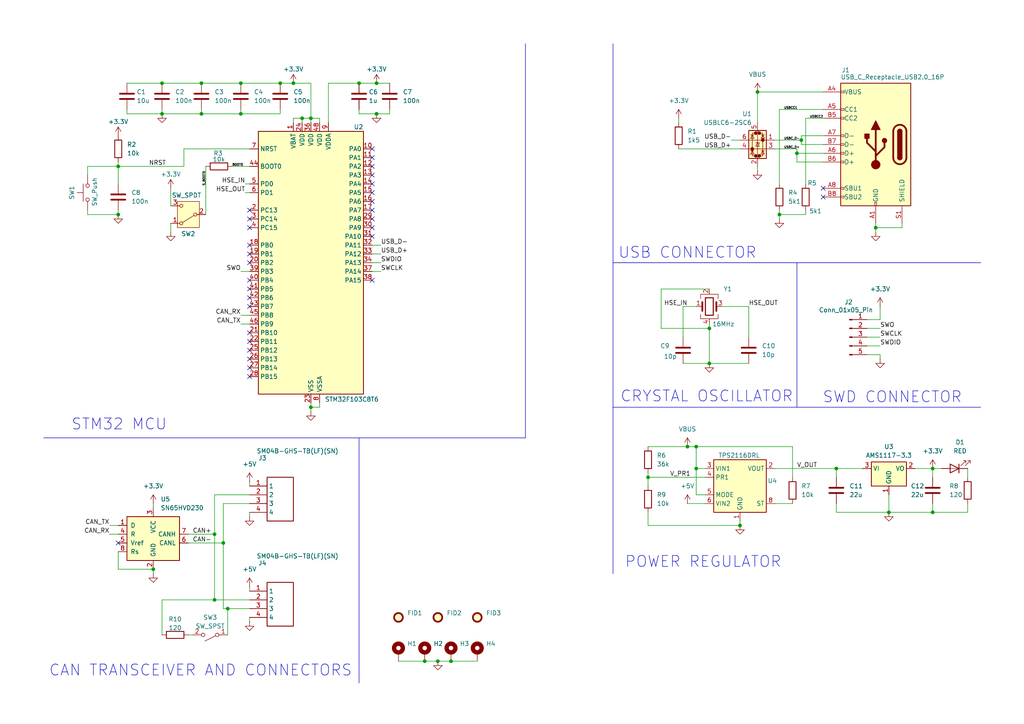
<source format=kicad_sch>
(kicad_sch (version 20250114) (generator "eeschema") (generator_version "9.0")
  (paper "A4")
  (title_block (title "CANTranslate PCB") (date "2025-05-16") (rev "0.1") (company "Finn Willard"))
  (lib_symbols
    (symbol "Connector:Conn_01x05_Pin" (pin_names (offset 1.016) (hide yes))
      (property "Reference" "J" (at 0 7.62 0))
      (property "Value" "Conn_01x05_Pin" (at 0 -7.62 0))
      (symbol "Conn_01x05_Pin_1_1"
        (pin passive line (at 5.08 5.08 180) (length 3.81) (name "Pin_1") (number "1"))
        (pin passive line (at 5.08 2.54 180) (length 3.81) (name "Pin_2") (number "2"))
        (pin passive line (at 5.08 0 180) (length 3.81) (name "Pin_3") (number "3"))
        (pin passive line (at 5.08 -2.54 180) (length 3.81) (name "Pin_4") (number "4"))
        (pin passive line (at 5.08 -5.08 180) (length 3.81) (name "Pin_5") (number "5"))
      )
    )
    (symbol "Connector:USB_C_Receptacle_USB2.0_16P" (pin_names (offset 1.016))
      (property "Reference" "J" (at 0 22.225 0))
      (property "Value" "USB_C_Receptacle_USB2.0_16P" (at 0 19.685 0))
      (symbol "USB_C_Receptacle_USB2.0_16P_1_1"
        (pin passive line (at -7.62 -22.86 90) (length 5.08) (name "SHIELD") (number "S1"))
        (pin passive line (at 0 -22.86 90) (length 5.08) (name "GND") (number "A1"))
        (pin passive line (at 0 -22.86 90) (length 5.08) (hide yes) (name "GND") (number "A12"))
        (pin passive line (at 0 -22.86 90) (length 5.08) (hide yes) (name "GND") (number "B1"))
        (pin passive line (at 0 -22.86 90) (length 5.08) (hide yes) (name "GND") (number "B12"))
        (pin passive line (at 15.24 15.24 180) (length 5.08) (name "VBUS") (number "A4"))
        (pin passive line (at 15.24 15.24 180) (length 5.08) (hide yes) (name "VBUS") (number "A9"))
        (pin passive line (at 15.24 15.24 180) (length 5.08) (hide yes) (name "VBUS") (number "B4"))
        (pin passive line (at 15.24 15.24 180) (length 5.08) (hide yes) (name "VBUS") (number "B9"))
        (pin bidirectional line (at 15.24 10.16 180) (length 5.08) (name "CC1") (number "A5"))
        (pin bidirectional line (at 15.24 7.62 180) (length 5.08) (name "CC2") (number "B5"))
        (pin bidirectional line (at 15.24 2.54 180) (length 5.08) (name "D-") (number "A7"))
        (pin bidirectional line (at 15.24 0 180) (length 5.08) (name "D-") (number "B7"))
        (pin bidirectional line (at 15.24 -2.54 180) (length 5.08) (name "D+") (number "A6"))
        (pin bidirectional line (at 15.24 -5.08 180) (length 5.08) (name "D+") (number "B6"))
        (pin bidirectional line (at 15.24 -12.7 180) (length 5.08) (name "SBU1") (number "A8"))
        (pin bidirectional line (at 15.24 -15.24 180) (length 5.08) (name "SBU2") (number "B8"))
      )
    )
    (symbol "CustomParts:SM04B-GHS-CAN-HEADER"
      (property "Reference" "U?" (at 0 0 0))
      (property "Value" "SM04B-GHS-CAN-HEADER" (at 0 0 0))
      (symbol "SM04B-GHS-CAN-HEADER_0_0"
        (pin power_in line (at -2.54 7.62 270) (length 5.08) (name "1") (number "1"))
        (pin bidirectional line (at 0 7.62 270) (length 5.08) (name "2") (number "2"))
        (pin no_connect line (at 1.27 -7.62 90) (length 2.54) (hide yes) (name "MP") (number "MP"))
        (pin bidirectional line (at 2.54 7.62 270) (length 5.08) (name "3") (number "3"))
        (pin power_in line (at 5.08 7.62 270) (length 5.08) (name "4") (number "4"))
      )
    )
    (symbol "Device:C" (pin_numbers (hide yes)) (pin_names (offset 0.254))
      (property "Reference" "C" (at 0.635 2.54 0))
      (property "Value" "C" (at 0.635 -2.54 0))
      (symbol "C_1_1"
        (pin passive line (at 0 3.81 270) (length 2.794) (name "~") (number "1"))
        (pin passive line (at 0 -3.81 90) (length 2.794) (name "~") (number "2"))
      )
    )
    (symbol "Device:Crystal_GND24" (pin_names (offset 1.016) (hide yes))
      (property "Reference" "Y" (at 3.175 5.08 0))
      (property "Value" "Crystal_GND24" (at 3.175 3.175 0))
      (symbol "Crystal_GND24_1_1"
        (pin passive line (at -3.81 0 0) (length 1.27) (name "1") (number "1"))
        (pin passive line (at 0 5.08 270) (length 1.27) (name "2") (number "2"))
        (pin passive line (at 0 -5.08 90) (length 1.27) (name "4") (number "4"))
        (pin passive line (at 3.81 0 180) (length 1.27) (name "3") (number "3"))
      )
    )
    (symbol "Device:LED" (pin_numbers (hide yes)) (pin_names (offset 1.016) (hide yes))
      (property "Reference" "D" (at 0 2.54 0))
      (property "Value" "LED" (at 0 -2.54 0))
      (symbol "LED_1_1"
        (pin passive line (at -3.81 0 0) (length 2.54) (name "K") (number "1"))
        (pin passive line (at 3.81 0 180) (length 2.54) (name "A") (number "2"))
      )
    )
    (symbol "Device:R" (pin_numbers (hide yes)) (pin_names (offset 0))
      (property "Reference" "R" (at 2.032 0 90))
      (property "Value" "R" (at 0 0 90))
      (symbol "R_1_1"
        (pin passive line (at 0 3.81 270) (length 1.27) (name "~") (number "1"))
        (pin passive line (at 0 -3.81 90) (length 1.27) (name "~") (number "2"))
      )
    )
    (symbol "Interface_CAN_LIN:SN65HVD230" (pin_names (offset 1.016))
      (property "Reference" "U" (at -2.54 10.16 0))
      (property "Value" "SN65HVD230" (at -2.54 7.62 0))
      (symbol "SN65HVD230_1_1"
        (pin input line (at -10.16 2.54 0) (length 2.54) (name "D") (number "1"))
        (pin output line (at -10.16 0 0) (length 2.54) (name "R") (number "4"))
        (pin output line (at -10.16 -2.54 0) (length 2.54) (name "Vref") (number "5"))
        (pin input line (at -10.16 -5.08 0) (length 2.54) (name "Rs") (number "8"))
        (pin power_in line (at 0 7.62 270) (length 2.54) (name "VCC") (number "3"))
        (pin power_in line (at 0 -10.16 90) (length 2.54) (name "GND") (number "2"))
        (pin bidirectional line (at 10.16 0 180) (length 2.54) (name "CANH") (number "7"))
        (pin bidirectional line (at 10.16 -2.54 180) (length 2.54) (name "CANL") (number "6"))
      )
    )
    (symbol "MCU_ST_STM32F1:STM32F103C8Tx"
      (property "Reference" "U" (at -15.24 39.37 0))
      (property "Value" "STM32F103C8Tx" (at 7.62 39.37 0))
      (symbol "STM32F103C8Tx_1_1"
        (pin input line (at -17.78 33.02 0) (length 2.54) (name "NRST") (number "7"))
        (pin input line (at -17.78 27.94 0) (length 2.54) (name "BOOT0") (number "44"))
        (pin bidirectional line (at -17.78 22.86 0) (length 2.54) (name "PD0") (number "5"))
        (pin bidirectional line (at -17.78 20.32 0) (length 2.54) (name "PD1") (number "6"))
        (pin bidirectional line (at -17.78 15.24 0) (length 2.54) (name "PC13") (number "2"))
        (pin bidirectional line (at -17.78 12.7 0) (length 2.54) (name "PC14") (number "3"))
        (pin bidirectional line (at -17.78 10.16 0) (length 2.54) (name "PC15") (number "4"))
        (pin bidirectional line (at -17.78 5.08 0) (length 2.54) (name "PB0") (number "18"))
        (pin bidirectional line (at -17.78 2.54 0) (length 2.54) (name "PB1") (number "19"))
        (pin bidirectional line (at -17.78 0 0) (length 2.54) (name "PB2") (number "20"))
        (pin bidirectional line (at -17.78 -2.54 0) (length 2.54) (name "PB3") (number "39"))
        (pin bidirectional line (at -17.78 -5.08 0) (length 2.54) (name "PB4") (number "40"))
        (pin bidirectional line (at -17.78 -7.62 0) (length 2.54) (name "PB5") (number "41"))
        (pin bidirectional line (at -17.78 -10.16 0) (length 2.54) (name "PB6") (number "42"))
        (pin bidirectional line (at -17.78 -12.7 0) (length 2.54) (name "PB7") (number "43"))
        (pin bidirectional line (at -17.78 -15.24 0) (length 2.54) (name "PB8") (number "45"))
        (pin bidirectional line (at -17.78 -17.78 0) (length 2.54) (name "PB9") (number "46"))
        (pin bidirectional line (at -17.78 -20.32 0) (length 2.54) (name "PB10") (number "21"))
        (pin bidirectional line (at -17.78 -22.86 0) (length 2.54) (name "PB11") (number "22"))
        (pin bidirectional line (at -17.78 -25.4 0) (length 2.54) (name "PB12") (number "25"))
        (pin bidirectional line (at -17.78 -27.94 0) (length 2.54) (name "PB13") (number "26"))
        (pin bidirectional line (at -17.78 -30.48 0) (length 2.54) (name "PB14") (number "27"))
        (pin bidirectional line (at -17.78 -33.02 0) (length 2.54) (name "PB15") (number "28"))
        (pin power_in line (at -5.08 40.64 270) (length 2.54) (name "VBAT") (number "1"))
        (pin power_in line (at -2.54 40.64 270) (length 2.54) (name "VDD") (number "24"))
        (pin power_in line (at 0 40.64 270) (length 2.54) (name "VDD") (number "36"))
        (pin power_in line (at 0 -40.64 90) (length 2.54) (name "VSS") (number "23"))
        (pin passive line (at 0 -40.64 90) (length 2.54) (hide yes) (name "VSS") (number "35"))
        (pin passive line (at 0 -40.64 90) (length 2.54) (hide yes) (name "VSS") (number "47"))
        (pin power_in line (at 2.54 40.64 270) (length 2.54) (name "VDD") (number "48"))
        (pin power_in line (at 2.54 -40.64 90) (length 2.54) (name "VSSA") (number "8"))
        (pin power_in line (at 5.08 40.64 270) (length 2.54) (name "VDDA") (number "9"))
        (pin bidirectional line (at 17.78 33.02 180) (length 2.54) (name "PA0") (number "10"))
        (pin bidirectional line (at 17.78 30.48 180) (length 2.54) (name "PA1") (number "11"))
        (pin bidirectional line (at 17.78 27.94 180) (length 2.54) (name "PA2") (number "12"))
        (pin bidirectional line (at 17.78 25.4 180) (length 2.54) (name "PA3") (number "13"))
        (pin bidirectional line (at 17.78 22.86 180) (length 2.54) (name "PA4") (number "14"))
        (pin bidirectional line (at 17.78 20.32 180) (length 2.54) (name "PA5") (number "15"))
        (pin bidirectional line (at 17.78 17.78 180) (length 2.54) (name "PA6") (number "16"))
        (pin bidirectional line (at 17.78 15.24 180) (length 2.54) (name "PA7") (number "17"))
        (pin bidirectional line (at 17.78 12.7 180) (length 2.54) (name "PA8") (number "29"))
        (pin bidirectional line (at 17.78 10.16 180) (length 2.54) (name "PA9") (number "30"))
        (pin bidirectional line (at 17.78 7.62 180) (length 2.54) (name "PA10") (number "31"))
        (pin bidirectional line (at 17.78 5.08 180) (length 2.54) (name "PA11") (number "32"))
        (pin bidirectional line (at 17.78 2.54 180) (length 2.54) (name "PA12") (number "33"))
        (pin bidirectional line (at 17.78 0 180) (length 2.54) (name "PA13") (number "34"))
        (pin bidirectional line (at 17.78 -2.54 180) (length 2.54) (name "PA14") (number "37"))
        (pin bidirectional line (at 17.78 -5.08 180) (length 2.54) (name "PA15") (number "38"))
      )
    )
    (symbol "Mechanical:Fiducial" (in_bom no)
      (property "Reference" "FID" (at 0 5.08 0))
      (property "Value" "Fiducial" (at 0 3.175 0))
    )
    (symbol "Mechanical:MountingHole_Pad" (pin_numbers (hide yes)) (pin_names (offset 1.016) (hide yes)) (in_bom no)
      (property "Reference" "H" (at 0 6.35 0))
      (property "Value" "MountingHole_Pad" (at 0 4.445 0))
      (symbol "MountingHole_Pad_1_1"
        (pin input line (at 0 -2.54 90) (length 2.54) (name "1") (number "1"))
      )
    )
    (symbol "Power_Management:TPS2116DRL"
      (property "Reference" "U" (at -7.874 9.144 0))
      (property "Value" "TPS2116DRL" (at 0.508 -8.89 0))
      (symbol "TPS2116DRL_1_0"
        (pin power_out line (at 10.16 5.08 180) (length 2.54) (hide yes) (name "VOUT") (number "7"))
      )
      (symbol "TPS2116DRL_1_1"
        (pin power_in line (at -10.16 5.08 0) (length 2.54) (name "VIN1") (number "3"))
        (pin input line (at -10.16 2.54 0) (length 2.54) (name "PR1") (number "4"))
        (pin input line (at -10.16 -2.54 0) (length 2.54) (name "MODE") (number "5"))
        (pin power_in line (at -10.16 -5.08 0) (length 2.54) (name "VIN2") (number "6"))
        (pin power_in line (at 0 -10.16 90) (length 2.54) (name "GND") (number "1"))
        (pin power_out line (at 10.16 5.08 180) (length 2.54) (name "VOUT") (number "2"))
        (pin open_collector line (at 10.16 -5.08 180) (length 2.54) (name "ST") (number "8"))
      )
    )
    (symbol "Power_Protection:USBLC6-2SC6" (pin_names (hide yes))
      (property "Reference" "U" (at 0.635 5.715 0))
      (property "Value" "USBLC6-2SC6" (at 0.635 3.81 0))
      (symbol "USBLC6-2SC6_1_1"
        (pin passive line (at -5.08 0 0) (length 2.54) (name "I/O1") (number "1"))
        (pin passive line (at -5.08 -2.54 0) (length 2.54) (name "I/O2") (number "3"))
        (pin passive line (at 0 5.08 270) (length 2.54) (name "VBUS") (number "5"))
        (pin passive line (at 0 -7.62 90) (length 2.54) (name "GND") (number "2"))
        (pin passive line (at 5.08 0 180) (length 2.54) (name "I/O1") (number "6"))
        (pin passive line (at 5.08 -2.54 180) (length 2.54) (name "I/O2") (number "4"))
      )
    )
    (symbol "Regulator_Linear:AMS1117-3.3"
      (property "Reference" "U" (at -3.81 3.175 0))
      (property "Value" "AMS1117-3.3" (at 0 3.175 0))
      (symbol "AMS1117-3.3_1_1"
        (pin power_in line (at -7.62 0 0) (length 2.54) (name "VI") (number "3"))
        (pin power_in line (at 0 -7.62 90) (length 2.54) (name "GND") (number "1"))
        (pin power_out line (at 7.62 0 180) (length 2.54) (name "VO") (number "2"))
      )
    )
    (symbol "Switch:SW_Push" (pin_numbers (hide yes)) (pin_names (offset 1.016) (hide yes))
      (property "Reference" "SW" (at 1.27 2.54 0))
      (property "Value" "SW_Push" (at 0 -1.524 0))
      (symbol "SW_Push_0_1"
        (pin passive line (at -5.08 0 0) (length 2.54) (name "1") (number "1"))
        (pin passive line (at 5.08 0 180) (length 2.54) (name "2") (number "2"))
      )
    )
    (symbol "Switch:SW_SPDT" (pin_names (offset 0) (hide yes))
      (property "Reference" "SW" (at 0 5.08 0))
      (property "Value" "SW_SPDT" (at 0 -5.08 0))
      (symbol "SW_SPDT_1_1"
        (pin passive line (at -5.08 0 0) (length 2.54) (name "B") (number "2"))
        (pin passive line (at 5.08 2.54 180) (length 2.54) (name "A") (number "1"))
        (pin passive line (at 5.08 -2.54 180) (length 2.54) (name "C") (number "3"))
      )
    )
    (symbol "Switch:SW_SPST" (pin_names (offset 0) (hide yes))
      (property "Reference" "SW" (at 0 3.175 0))
      (property "Value" "SW_SPST" (at 0 -2.54 0))
      (symbol "SW_SPST_1_1"
        (pin passive line (at -5.08 0 0) (length 2.54) (name "A") (number "1"))
        (pin passive line (at 5.08 0 180) (length 2.54) (name "B") (number "2"))
      )
    )
    (symbol "power:+3.3V" (power) (pin_numbers (hide yes)) (pin_names (offset 0) (hide yes))
      (property "Value" "+3.3V" (at 0 3.556 0))
      (symbol "+3.3V_1_1"
        (pin power_in line (at 0 0 90) (length 0) (name "~") (number "1"))
      )
    )
    (symbol "power:+5V" (power) (pin_numbers (hide yes)) (pin_names (offset 0) (hide yes))
      (property "Value" "+5V" (at 0 3.556 0))
      (symbol "+5V_1_1"
        (pin power_in line (at 0 0 90) (length 0) (name "~") (number "1"))
      )
    )
    (symbol "power:GND" (power) (pin_numbers (hide yes)) (pin_names (offset 0) (hide yes))
      (property "Value" "GND" (at 0 -3.81 0))
      (symbol "GND_1_1"
        (pin power_in line (at 0 0 270) (length 0) (name "~") (number "1"))
      )
    )
    (symbol "power:PWR_FLAG" (power) (pin_numbers (hide yes)) (pin_names (offset 0) (hide yes))
      (property "Value" "PWR_FLAG" (at 0 3.81 0))
      (symbol "PWR_FLAG_0_0"
        (pin power_out line (at 0 0 90) (length 0) (name "~") (number "1"))
      )
    )
    (symbol "power:VBUS" (power) (pin_numbers (hide yes)) (pin_names (offset 0) (hide yes))
      (property "Value" "VBUS" (at 0 3.556 0))
      (symbol "VBUS_1_1"
        (pin power_in line (at 0 0 90) (length 0) (name "~") (number "1"))
      )
    )
  )
  (text "CRYSTAL OSCILLATOR" (at 204.978 115.062 0) (effects (font (size 3.175 3.175))))
  (text "SWD CONNECTOR\n" (at 258.826 115.316 0) (effects (font (size 3.175 3.175))))
  (text "STM32 MCU" (at 34.544 123.19 0) (effects (font (size 3.175 3.175))))
  (text "USB CONNECTOR\n" (at 199.39 73.406 0) (effects (font (size 3.175 3.175))))
  (text "CAN TRANSCEIVER AND CONNECTORS" (at 58.166 194.564 0) (effects (font (size 3.175 3.175))))
  (text "POWER REGULATOR\n" (at 203.962 163.068 0) (effects (font (size 3.175 3.175))))
  (junction (at 44.45 165.1))
  (junction (at 81.28 24.13))
  (junction (at 109.22 33.02))
  (junction (at 270.51 135.89))
  (junction (at 127 191.77))
  (junction (at 69.85 33.02))
  (junction (at 46.99 33.02))
  (junction (at 69.85 24.13))
  (junction (at 201.93 135.89))
  (junction (at 90.17 118.11))
  (junction (at 187.96 138.43))
  (junction (at 104.14 24.13))
  (junction (at 62.23 173.99))
  (junction (at 109.22 24.13))
  (junction (at 62.23 154.94))
  (junction (at 34.29 62.23))
  (junction (at 232.41 40.64))
  (junction (at 90.17 34.29))
  (junction (at 58.42 24.13))
  (junction (at 219.71 26.67))
  (junction (at 34.29 48.26))
  (junction (at 199.39 129.54))
  (junction (at 64.77 157.48))
  (junction (at 205.74 95.25))
  (junction (at 270.51 148.59))
  (junction (at 205.74 105.41))
  (junction (at 87.63 34.29))
  (junction (at 242.57 135.89))
  (junction (at 66.04 176.53))
  (junction (at 214.63 152.4))
  (junction (at 130.81 191.77))
  (junction (at 226.06 62.23))
  (junction (at 257.81 148.59))
  (junction (at 254 66.04))
  (junction (at 58.42 33.02))
  (junction (at 85.09 24.13))
  (junction (at 201.93 129.54))
  (junction (at 46.99 24.13))
  (junction (at 123.19 191.77))
  (junction (at 231.14 44.45))
  (no_connect (at 72.39 73.66))
  (no_connect (at 107.95 55.88))
  (no_connect (at 238.76 54.61))
  (no_connect (at 72.39 101.6))
  (no_connect (at 72.39 106.68))
  (no_connect (at 72.39 88.9))
  (no_connect (at 72.39 76.2))
  (no_connect (at 107.95 68.58))
  (no_connect (at 107.95 60.96))
  (no_connect (at 107.95 48.26))
  (no_connect (at 107.95 43.18))
  (no_connect (at 72.39 63.5))
  (no_connect (at 72.39 96.52))
  (no_connect (at 238.76 57.15))
  (no_connect (at 107.95 81.28))
  (no_connect (at 107.95 63.5))
  (no_connect (at 72.39 81.28))
  (no_connect (at 72.39 99.06))
  (no_connect (at 107.95 50.8))
  (no_connect (at 72.39 83.82))
  (no_connect (at 107.95 58.42))
  (no_connect (at 107.95 53.34))
  (no_connect (at 107.95 45.72))
  (no_connect (at 72.39 66.04))
  (no_connect (at 72.39 109.22))
  (no_connect (at 72.39 71.12))
  (no_connect (at 72.39 104.14))
  (no_connect (at 107.95 66.04))
  (no_connect (at 72.39 86.36))
  (no_connect (at 34.29 157.48))
  (no_connect (at 72.39 60.96))
  (wire (pts (xy 217.17 88.9) (xy 217.17 97.79)))
  (wire (pts (xy 254 66.04) (xy 254 67.31)))
  (wire (pts (xy 71.12 53.34) (xy 72.39 53.34)))
  (polyline (pts (xy 104.14 127) (xy 104.14 198.12)))
  (wire (pts (xy 224.79 135.89) (xy 242.57 135.89)))
  (polyline (pts (xy 152.4 12.7) (xy 152.4 127)))
  (wire (pts (xy 254 66.04) (xy 261.62 66.04)))
  (polyline (pts (xy 177.8 76.2) (xy 177.8 118.11)))
  (wire (pts (xy 133.35 287.02) (xy 133.35 288.29)))
  (wire (pts (xy 36.83 33.02) (xy 46.99 33.02)))
  (wire (pts (xy 72.39 173.99) (xy 62.23 173.99)))
  (wire (pts (xy 205.74 105.41) (xy 217.17 105.41)))
  (wire (pts (xy 59.69 48.26) (xy 59.69 62.23)))
  (wire (pts (xy 205.74 95.25) (xy 205.74 105.41)))
  (wire (pts (xy 219.71 35.56) (xy 219.71 26.67)))
  (wire (pts (xy 231.14 44.45) (xy 238.76 44.45)))
  (wire (pts (xy 251.46 100.33) (xy 255.27 100.33)))
  (wire (pts (xy 107.95 71.12) (xy 110.49 71.12)))
  (wire (pts (xy 270.51 135.89) (xy 273.05 135.89)))
  (wire (pts (xy 201.93 129.54) (xy 201.93 135.89)))
  (wire (pts (xy 92.71 34.29) (xy 92.71 35.56)))
  (wire (pts (xy 255.27 92.71) (xy 255.27 88.9)))
  (wire (pts (xy 232.41 39.37) (xy 232.41 40.64)))
  (wire (pts (xy 69.85 24.13) (xy 58.42 24.13)))
  (wire (pts (xy 90.17 24.13) (xy 85.09 24.13)))
  (wire (pts (xy 127 191.77) (xy 130.81 191.77)))
  (wire (pts (xy 81.28 24.13) (xy 69.85 24.13)))
  (wire (pts (xy 255.27 102.87) (xy 255.27 104.14)))
  (wire (pts (xy 90.17 116.84) (xy 90.17 118.11)))
  (wire (pts (xy 187.96 152.4) (xy 214.63 152.4)))
  (wire (pts (xy 46.99 31.75) (xy 46.99 33.02)))
  (polyline (pts (xy 177.8 118.11) (xy 177.8 166.37)))
  (wire (pts (xy 72.39 170.18) (xy 72.39 171.45)))
  (wire (pts (xy 209.55 88.9) (xy 217.17 88.9)))
  (wire (pts (xy 212.09 40.64) (xy 214.63 40.64)))
  (wire (pts (xy 53.34 43.18) (xy 72.39 43.18)))
  (wire (pts (xy 54.61 157.48) (xy 64.77 157.48)))
  (wire (pts (xy 198.12 105.41) (xy 205.74 105.41)))
  (wire (pts (xy 34.29 60.96) (xy 34.29 62.23)))
  (wire (pts (xy 58.42 24.13) (xy 46.99 24.13)))
  (wire (pts (xy 270.51 135.89) (xy 270.51 138.43)))
  (wire (pts (xy 123.19 191.77) (xy 127 191.77)))
  (wire (pts (xy 44.45 146.05) (xy 44.45 147.32)))
  (wire (pts (xy 224.79 40.64) (xy 232.41 40.64)))
  (wire (pts (xy 34.29 160.02) (xy 34.29 165.1)))
  (wire (pts (xy 49.53 64.77) (xy 49.53 67.31)))
  (wire (pts (xy 226.06 62.23) (xy 233.68 62.23)))
  (wire (pts (xy 87.63 34.29) (xy 87.63 35.56)))
  (wire (pts (xy 25.4 48.26) (xy 34.29 48.26)))
  (wire (pts (xy 201.93 129.54) (xy 229.87 129.54)))
  (wire (pts (xy 191.77 95.25) (xy 205.74 95.25)))
  (wire (pts (xy 198.12 88.9) (xy 201.93 88.9)))
  (wire (pts (xy 229.87 138.43) (xy 229.87 129.54)))
  (wire (pts (xy 87.63 34.29) (xy 90.17 34.29)))
  (wire (pts (xy 25.4 60.96) (xy 25.4 62.23)))
  (wire (pts (xy 196.85 34.29) (xy 196.85 35.56)))
  (polyline (pts (xy 177.8 12.7) (xy 177.8 76.2)))
  (wire (pts (xy 25.4 50.8) (xy 25.4 48.26)))
  (polyline (pts (xy 231.14 76.2) (xy 283.21 76.2)))
  (wire (pts (xy 270.51 148.59) (xy 270.51 146.05)))
  (wire (pts (xy 231.14 43.18) (xy 231.14 44.45)))
  (wire (pts (xy 242.57 135.89) (xy 242.57 138.43)))
  (wire (pts (xy 69.85 31.75) (xy 69.85 33.02)))
  (wire (pts (xy 204.47 143.51) (xy 201.93 143.51)))
  (wire (pts (xy 46.99 173.99) (xy 62.23 173.99)))
  (wire (pts (xy 201.93 135.89) (xy 204.47 135.89)))
  (wire (pts (xy 64.77 157.48) (xy 64.77 146.05)))
  (wire (pts (xy 226.06 60.96) (xy 226.06 62.23)))
  (wire (pts (xy 199.39 129.54) (xy 201.93 129.54)))
  (wire (pts (xy 233.68 53.34) (xy 233.68 34.29)))
  (wire (pts (xy 62.23 154.94) (xy 62.23 143.51)))
  (wire (pts (xy 109.22 33.02) (xy 113.03 33.02)))
  (wire (pts (xy 130.81 191.77) (xy 138.43 191.77)))
  (polyline (pts (xy 179.07 76.2) (xy 231.14 76.2)))
  (wire (pts (xy 187.96 148.59) (xy 187.96 152.4)))
  (wire (pts (xy 226.06 62.23) (xy 226.06 63.5)))
  (wire (pts (xy 34.29 48.26) (xy 53.34 48.26)))
  (wire (pts (xy 92.71 118.11) (xy 92.71 116.84)))
  (wire (pts (xy 232.41 40.64) (xy 232.41 41.91)))
  (wire (pts (xy 201.93 143.51) (xy 201.93 135.89)))
  (wire (pts (xy 95.25 35.56) (xy 95.25 24.13)))
  (wire (pts (xy 81.28 31.75) (xy 81.28 33.02)))
  (wire (pts (xy 251.46 92.71) (xy 255.27 92.71)))
  (wire (pts (xy 54.61 154.94) (xy 62.23 154.94)))
  (wire (pts (xy 64.77 176.53) (xy 66.04 176.53)))
  (wire (pts (xy 198.12 97.79) (xy 198.12 88.9)))
  (wire (pts (xy 85.09 34.29) (xy 87.63 34.29)))
  (wire (pts (xy 187.96 129.54) (xy 199.39 129.54)))
  (wire (pts (xy 242.57 135.89) (xy 250.19 135.89)))
  (wire (pts (xy 254 64.77) (xy 254 66.04)))
  (wire (pts (xy 49.53 54.61) (xy 49.53 59.69)))
  (wire (pts (xy 25.4 62.23) (xy 34.29 62.23)))
  (wire (pts (xy 231.14 46.99) (xy 231.14 44.45)))
  (wire (pts (xy 62.23 173.99) (xy 62.23 154.94)))
  (wire (pts (xy 66.04 176.53) (xy 66.04 184.15)))
  (wire (pts (xy 64.77 176.53) (xy 64.77 157.48)))
  (wire (pts (xy 72.39 179.07) (xy 72.39 180.34)))
  (wire (pts (xy 58.42 31.75) (xy 58.42 33.02)))
  (wire (pts (xy 66.04 176.53) (xy 72.39 176.53)))
  (wire (pts (xy 219.71 26.67) (xy 238.76 26.67)))
  (wire (pts (xy 121.92 287.02) (xy 121.92 288.29)))
  (wire (pts (xy 67.31 48.26) (xy 72.39 48.26)))
  (polyline (pts (xy 284.48 76.2) (xy 177.8 76.2)))
  (wire (pts (xy 205.74 95.25) (xy 205.74 93.98)))
  (wire (pts (xy 251.46 97.79) (xy 255.27 97.79)))
  (wire (pts (xy 71.12 55.88) (xy 72.39 55.88)))
  (wire (pts (xy 46.99 184.15) (xy 46.99 173.99)))
  (wire (pts (xy 31.75 152.4) (xy 34.29 152.4)))
  (wire (pts (xy 72.39 148.59) (xy 72.39 149.86)))
  (wire (pts (xy 72.39 139.7) (xy 72.39 140.97)))
  (wire (pts (xy 226.06 31.75) (xy 238.76 31.75)))
  (wire (pts (xy 95.25 24.13) (xy 104.14 24.13)))
  (wire (pts (xy 187.96 138.43) (xy 187.96 140.97)))
  (wire (pts (xy 232.41 41.91) (xy 238.76 41.91)))
  (wire (pts (xy 34.29 48.26) (xy 34.29 53.34)))
  (wire (pts (xy 280.67 148.59) (xy 280.67 146.05)))
  (wire (pts (xy 199.39 146.05) (xy 204.47 146.05)))
  (wire (pts (xy 90.17 34.29) (xy 92.71 34.29)))
  (wire (pts (xy 270.51 148.59) (xy 280.67 148.59)))
  (wire (pts (xy 36.83 31.75) (xy 36.83 33.02)))
  (wire (pts (xy 90.17 118.11) (xy 90.17 119.38)))
  (wire (pts (xy 224.79 146.05) (xy 229.87 146.05)))
  (wire (pts (xy 261.62 64.77) (xy 261.62 66.04)))
  (wire (pts (xy 85.09 34.29) (xy 85.09 35.56)))
  (wire (pts (xy 64.77 146.05) (xy 72.39 146.05)))
  (wire (pts (xy 257.81 143.51) (xy 257.81 148.59)))
  (wire (pts (xy 115.57 191.77) (xy 123.19 191.77)))
  (wire (pts (xy 265.43 135.89) (xy 270.51 135.89)))
  (wire (pts (xy 54.61 184.15) (xy 55.88 184.15)))
  (wire (pts (xy 224.79 43.18) (xy 231.14 43.18)))
  (wire (pts (xy 251.46 102.87) (xy 255.27 102.87)))
  (wire (pts (xy 69.85 78.74) (xy 72.39 78.74)))
  (polyline (pts (xy 12.7 127) (xy 152.4 127)))
  (wire (pts (xy 90.17 34.29) (xy 90.17 35.56)))
  (wire (pts (xy 251.46 95.25) (xy 255.27 95.25)))
  (wire (pts (xy 34.29 46.99) (xy 34.29 48.26)))
  (wire (pts (xy 90.17 24.13) (xy 90.17 34.29)))
  (wire (pts (xy 104.14 24.13) (xy 109.22 24.13)))
  (wire (pts (xy 107.95 73.66) (xy 110.49 73.66)))
  (wire (pts (xy 191.77 83.82) (xy 191.77 95.25)))
  (wire (pts (xy 58.42 33.02) (xy 46.99 33.02)))
  (wire (pts (xy 113.03 31.75) (xy 113.03 33.02)))
  (wire (pts (xy 31.75 154.94) (xy 34.29 154.94)))
  (wire (pts (xy 233.68 34.29) (xy 238.76 34.29)))
  (wire (pts (xy 104.14 31.75) (xy 104.14 33.02)))
  (wire (pts (xy 205.74 83.82) (xy 191.77 83.82)))
  (wire (pts (xy 196.85 43.18) (xy 214.63 43.18)))
  (wire (pts (xy 187.96 137.16) (xy 187.96 138.43)))
  (wire (pts (xy 69.85 33.02) (xy 58.42 33.02)))
  (wire (pts (xy 238.76 46.99) (xy 231.14 46.99)))
  (wire (pts (xy 69.85 91.44) (xy 72.39 91.44)))
  (wire (pts (xy 143.51 287.02) (xy 143.51 288.29)))
  (wire (pts (xy 90.17 118.11) (xy 92.71 118.11)))
  (wire (pts (xy 214.63 151.13) (xy 214.63 152.4)))
  (wire (pts (xy 238.76 39.37) (xy 232.41 39.37)))
  (wire (pts (xy 81.28 33.02) (xy 69.85 33.02)))
  (wire (pts (xy 242.57 148.59) (xy 242.57 146.05)))
  (wire (pts (xy 104.14 33.02) (xy 109.22 33.02)))
  (wire (pts (xy 242.57 148.59) (xy 257.81 148.59)))
  (wire (pts (xy 226.06 53.34) (xy 226.06 31.75)))
  (wire (pts (xy 187.96 138.43) (xy 204.47 138.43)))
  (polyline (pts (xy 177.8 118.11) (xy 284.48 118.11)))
  (wire (pts (xy 107.95 78.74) (xy 110.49 78.74)))
  (polyline (pts (xy 231.14 76.2) (xy 231.14 118.11)))
  (wire (pts (xy 34.29 165.1) (xy 44.45 165.1)))
  (wire (pts (xy 280.67 135.89) (xy 280.67 138.43)))
  (wire (pts (xy 44.45 165.1) (xy 44.45 166.37)))
  (wire (pts (xy 107.95 76.2) (xy 110.49 76.2)))
  (wire (pts (xy 53.34 48.26) (xy 53.34 43.18)))
  (wire (pts (xy 36.83 24.13) (xy 46.99 24.13)))
  (wire (pts (xy 219.71 48.26) (xy 219.71 49.53)))
  (wire (pts (xy 233.68 62.23) (xy 233.68 60.96)))
  (wire (pts (xy 62.23 143.51) (xy 72.39 143.51)))
  (wire (pts (xy 109.22 24.13) (xy 113.03 24.13)))
  (wire (pts (xy 69.85 93.98) (xy 72.39 93.98)))
  (wire (pts (xy 85.09 24.13) (xy 81.28 24.13)))
  (wire (pts (xy 257.81 148.59) (xy 270.51 148.59)))
  (label "HSE_OUT" (at 71.12 55.88 180))
  (label "SWDIO" (at 255.27 100.33 0))
  (label "CAN_RX" (at 31.75 154.94 180))
  (label "USB_D-" (at 110.49 71.12 0))
  (label "SWCLK" (at 110.49 78.74 0))
  (label "CAN-" (at 55.88 157.48 0))
  (label "CAN_TX" (at 31.75 152.4 180))
  (label "SWO" (at 255.27 95.25 0))
  (label "CAN_RX" (at 69.85 91.44 180))
  (label "SWDIO" (at 110.49 76.2 0))
  (label "NRST" (at 43.18 48.26 0))
  (label "CAN_TX" (at 69.85 93.98 180))
  (label "USB_D-" (at 212.09 40.64 180))
  (label "HSE_IN" (at 199.39 88.9 180))
  (label "V_PR1" (at 194.31 138.43 0))
  (label "CAN+" (at 55.88 154.94 0))
  (label "SWO" (at 69.85 78.74 180))
  (label "S_BOOT0" (at 59.69 49.53 270) (effects (font (size 0.635 0.635))))
  (label "V_OUT" (at 231.14 135.89 0))
  (label "USBC_D-" (at 227.33 40.64 0) (effects (font (size 0.635 0.635))))
  (label "USBC_D+" (at 227.33 43.18 0) (effects (font (size 0.635 0.635))))
  (label "HSE_IN" (at 71.12 53.34 180))
  (label "USBCC1" (at 227.33 31.75 0) (effects (font (size 0.635 0.635))))
  (label "USB_D+" (at 212.09 43.18 180))
  (label "USBCC2" (at 234.8007 34.29 0) (effects (font (size 0.635 0.635))))
  (label "HSE_OUT" (at 217.17 88.9 0))
  (label "USB_D+" (at 110.49 73.66 0))
  (label "SWCLK" (at 255.27 97.79 0))
  (label "BOOT0" (at 67.31 48.26 0) (effects (font (size 0.635 0.635))))
  (symbol (lib_id "Device:C") (at 69.85 27.94 0) (unit 1)
    (property "Reference" "C4" (at 73.66 26.6699 0) (effects (justify left)))
    (property "Value" "100n" (at 73.66 29.2099 0) (effects (justify left)))
    (property "Footprint" "Capacitor_SMD:C_0402_1005Metric" (effects (hide yes)))
    (property "Description" "Unpolarized capacitor" (effects (hide yes)))
    (property "LCSC" "C1525" (effects (hide yes)))
  )
  (symbol (lib_id "Device:C") (at 58.42 27.94 0) (unit 1)
    (property "Reference" "C3" (at 62.23 26.6699 0) (effects (justify left)))
    (property "Value" "100n" (at 62.23 29.2099 0) (effects (justify left)))
    (property "Footprint" "Capacitor_SMD:C_0402_1005Metric" (effects (hide yes)))
    (property "Description" "Unpolarized capacitor" (effects (hide yes)))
    (property "LCSC" "C1525" (effects (hide yes)))
  )
  (symbol (lib_id "power:GND") (at 205.74 105.41 0) (unit 1)
    (property "Reference" "#PWR016" (effects (hide yes)))
    (property "Value" "GND" (effects (hide yes)))
    (property "Description" "Power symbol creates a global label with name \"GND\" , ground" (effects (hide yes)))
  )
  (symbol (lib_id "power:GND") (at 90.17 119.38 0) (unit 1)
    (property "Reference" "#PWR017" (effects (hide yes)))
    (property "Value" "GND" (effects (hide yes)))
    (property "Description" "Power symbol creates a global label with name \"GND\" , ground" (effects (hide yes)))
  )
  (symbol (lib_id "Device:R") (at 187.96 144.78 0) (unit 1)
    (property "Reference" "R9" (at 190.5 143.5099 0) (effects (justify left)))
    (property "Value" "10k" (at 190.5 146.0499 0) (effects (justify left)))
    (property "Footprint" "Resistor_SMD:R_0402_1005Metric" (effects (hide yes)))
    (property "Description" "Resistor" (effects (hide yes)))
    (property "LCSC" "C25744" (effects (hide yes)))
  )
  (symbol (lib_id "power:VBUS") (at 199.39 129.54 0) (unit 1)
    (property "Reference" "#PWR018" (effects (hide yes)))
    (property "Value" "VBUS" (at 199.39 124.46 0))
    (property "Description" "Power symbol creates a global label with name \"VBUS\"" (effects (hide yes)))
  )
  (symbol (lib_id "power:+3.3V") (at 270.51 135.89 0) (unit 1)
    (property "Reference" "#PWR019" (effects (hide yes)))
    (property "Value" "+3.3V" (at 270.51 130.81 0))
    (property "Description" "Power symbol creates a global label with name \"+3.3V\"" (effects (hide yes)))
  )
  (symbol (lib_id "Switch:SW_Push") (at 25.4 55.88 90) (unit 1)
    (property "Reference" "SW1" (at 20.828 55.88 0))
    (property "Value" "SW_Push" (at 27.432 55.626 0))
    (property "Footprint" "Button_Switch_SMD:SW_Push_1P1T_NO_CK_KMR2" (effects (hide yes)))
    (property "Description" "Push button switch, generic, two pins" (effects (hide yes)))
    (property "LCSC" "C221682" (effects (hide yes)))
  )
  (symbol (lib_id "power:+3.3V") (at 255.27 88.9 0) (unit 1)
    (property "Reference" "#PWR014" (effects (hide yes)))
    (property "Value" "+3.3V" (at 255.27 83.82 0))
    (property "Description" "Power symbol creates a global label with name \"+3.3V\"" (effects (hide yes)))
  )
  (symbol (lib_id "power:PWR_FLAG") (at 133.35 288.29 0) (mirror x) (unit 1)
    (property "Reference" "#FLG02" (effects (hide yes)))
    (property "Value" "PWR_FLAG" (at 133.35 293.37 0))
    (property "Description" "Special symbol for telling ERC where power comes from" (effects (hide yes)))
  )
  (symbol (lib_id "Power_Management:TPS2116DRL") (at 214.63 140.97 0) (unit 1)
    (property "Reference" "U4" (at 224.028 139.446 0))
    (property "Value" "TPS2116DRL" (at 214.376 132.08 0))
    (property "Footprint" "Package_TO_SOT_SMD:SOT-583-8" (effects (hide yes)))
    (property "Datasheet" "https://www.ti.com/lit/ds/symlink/tps2116.pdf" (effects (hide yes)))
    (property "Description" "2 Channnels Power Mux with Manual and Priority Switchover, 1.6-5.5V Input Voltage, 2.5A Output Current, Ron 40 mOhm, SOT-583-8" (effects (hide yes)))
    (property "LCSC" "C3235557" (effects (hide yes)))
  )
  (symbol (lib_id "power:GND") (at 255.27 104.14 0) (unit 1)
    (property "Reference" "#PWR015" (effects (hide yes)))
    (property "Value" "GND" (effects (hide yes)))
    (property "Description" "Power symbol creates a global label with name \"GND\" , ground" (effects (hide yes)))
  )
  (symbol (lib_id "Mechanical:Fiducial") (at 138.43 179.07 0) (unit 1) (in_bom no)
    (property "Reference" "FID3" (at 140.97 177.7999 0) (effects (justify left)))
    (property "Value" "Fiducial" (effects (hide yes)))
    (property "Footprint" "Fiducial:Fiducial_1mm_Mask2mm" (effects (hide yes)))
    (property "Description" "Fiducial Marker" (effects (hide yes)))
  )
  (symbol (lib_id "power:GND") (at 44.45 166.37 0) (unit 1)
    (property "Reference" "#PWR026" (effects (hide yes)))
    (property "Value" "GND" (effects (hide yes)))
    (property "Description" "Power symbol creates a global label with name \"GND\" , ground" (effects (hide yes)))
  )
  (symbol (lib_id "power:+3.3V") (at 44.45 146.05 0) (unit 1)
    (property "Reference" "#PWR021" (effects (hide yes)))
    (property "Value" "+3.3V" (at 44.45 140.97 0))
    (property "Description" "Power symbol creates a global label with name \"+3.3V\"" (effects (hide yes)))
  )
  (symbol (lib_id "power:+5V") (at 199.39 146.05 0) (unit 1)
    (property "Reference" "#PWR022" (effects (hide yes)))
    (property "Value" "+5V" (at 199.39 140.97 0))
    (property "Description" "Power symbol creates a global label with name \"+5V\"" (effects (hide yes)))
  )
  (symbol (lib_id "power:VBUS") (at 143.51 287.02 0) (unit 1)
    (property "Reference" "#PWR030" (effects (hide yes)))
    (property "Value" "VBUS" (at 143.51 281.94 0))
    (property "Description" "Power symbol creates a global label with name \"VBUS\"" (effects (hide yes)))
  )
  (symbol (lib_id "Device:Crystal_GND24") (at 205.74 88.9 0) (unit 1)
    (property "Reference" "Y1" (at 211.074 83.82 0))
    (property "Value" "16MHz" (at 209.804 93.98 0))
    (property "Footprint" "Crystal:Crystal_SMD_3225-4Pin_3.2x2.5mm" (effects (hide yes)))
    (property "Description" "Four pin crystal, GND on pins 2 and 4" (effects (hide yes)))
    (property "LCSC" "C13738" (effects (hide yes)))
  )
  (symbol (lib_id "Mechanical:MountingHole_Pad") (at 138.43 189.23 0) (unit 1) (in_bom no)
    (property "Reference" "H4" (at 140.97 186.6899 0) (effects (justify left)))
    (property "Value" "MountingHole_Pad" (effects (hide yes)))
    (property "Footprint" "MountingHole:MountingHole_2.2mm_M2_Pad" (effects (hide yes)))
    (property "Description" "Mounting Hole with connection" (effects (hide yes)))
  )
  (symbol (lib_id "power:+3.3V") (at 34.29 39.37 0) (unit 1)
    (property "Reference" "#PWR07" (effects (hide yes)))
    (property "Value" "+3.3V" (at 34.29 35.306 0))
    (property "Description" "Power symbol creates a global label with name \"+3.3V\"" (effects (hide yes)))
  )
  (symbol (lib_id "power:GND") (at 34.29 62.23 0) (unit 1)
    (property "Reference" "#PWR010" (effects (hide yes)))
    (property "Value" "GND" (effects (hide yes)))
    (property "Description" "Power symbol creates a global label with name \"GND\" , ground" (effects (hide yes)))
  )
  (symbol (lib_id "Switch:SW_SPDT") (at 54.61 62.23 180) (unit 1)
    (property "Reference" "SW2" (at 54.61 67.818 0))
    (property "Value" "SW_SPDT" (at 54.102 56.642 0))
    (property "Footprint" "Button_Switch_THT:SW_Slide_SPDT_Straight_CK_OS102011MS2Q" (effects (hide yes)))
    (property "Description" "Switch, single pole double throw" (effects (hide yes)))
    (property "LCSC" "C221829" (effects (hide yes)))
  )
  (symbol (lib_id "Mechanical:MountingHole_Pad") (at 130.81 189.23 0) (unit 1) (in_bom no)
    (property "Reference" "H3" (at 133.35 186.6899 0) (effects (justify left)))
    (property "Value" "MountingHole_Pad" (effects (hide yes)))
    (property "Footprint" "MountingHole:MountingHole_2.2mm_M2_Pad" (effects (hide yes)))
    (property "Description" "Mounting Hole with connection" (effects (hide yes)))
  )
  (symbol (lib_id "Device:C") (at 242.57 142.24 0) (unit 1)
    (property "Reference" "C11" (at 246.38 140.9699 0) (effects (justify left)))
    (property "Value" "22u" (at 246.38 143.5099 0) (effects (justify left)))
    (property "Footprint" "Capacitor_SMD:C_0805_2012Metric" (effects (hide yes)))
    (property "Description" "Unpolarized capacitor" (effects (hide yes)))
    (property "LCSC" "C45783" (effects (hide yes)))
  )
  (symbol (lib_id "power:PWR_FLAG") (at 143.51 288.29 0) (mirror x) (unit 1)
    (property "Reference" "#FLG03" (effects (hide yes)))
    (property "Value" "PWR_FLAG" (at 143.51 293.37 0))
    (property "Description" "Special symbol for telling ERC where power comes from" (effects (hide yes)))
  )
  (symbol (lib_id "Device:R") (at 229.87 142.24 0) (unit 1)
    (property "Reference" "R7" (at 232.41 140.9699 0) (effects (justify left)))
    (property "Value" "10k" (at 232.41 143.5099 0) (effects (justify left)))
    (property "Footprint" "Resistor_SMD:R_0402_1005Metric" (effects (hide yes)))
    (property "Description" "Resistor" (effects (hide yes)))
    (property "LCSC" "C25744" (effects (hide yes)))
  )
  (symbol (lib_id "power:+5V") (at 72.39 139.7 0) (unit 1)
    (property "Reference" "#PWR020" (effects (hide yes)))
    (property "Value" "+5V" (at 72.39 134.62 0))
    (property "Description" "Power symbol creates a global label with name \"+5V\"" (effects (hide yes)))
  )
  (symbol (lib_id "power:GND") (at 214.63 152.4 0) (unit 1)
    (property "Reference" "#PWR025" (effects (hide yes)))
    (property "Value" "GND" (effects (hide yes)))
    (property "Description" "Power symbol creates a global label with name \"GND\" , ground" (effects (hide yes)))
  )
  (symbol (lib_id "power:PWR_FLAG") (at 121.92 287.02 0) (unit 1)
    (property "Reference" "#FLG01" (effects (hide yes)))
    (property "Value" "PWR_FLAG" (at 121.92 281.94 0))
    (property "Description" "Special symbol for telling ERC where power comes from" (effects (hide yes)))
  )
  (symbol (lib_id "Regulator_Linear:AMS1117-3.3") (at 257.81 135.89 0) (unit 1)
    (property "Reference" "U3" (at 257.81 129.54 0))
    (property "Value" "AMS1117-3.3" (at 257.81 132.08 0))
    (property "Footprint" "Package_TO_SOT_SMD:SOT-223-3_TabPin2" (effects (hide yes)))
    (property "Datasheet" "http://www.advanced-monolithic.com/pdf/ds1117.pdf" (effects (hide yes)))
    (property "Description" "1A Low Dropout regulator, positive, 3.3V fixed output, SOT-223" (effects (hide yes)))
    (property "LCSC" "C6186" (effects (hide yes)))
  )
  (symbol (lib_id "Connector:Conn_01x05_Pin") (at 246.38 97.79 0) (unit 1)
    (property "Reference" "J2" (at 246.126 87.63 0))
    (property "Value" "Conn_01x05_Pin" (at 245.364 89.916 0))
    (property "Footprint" "Connector_PinHeader_2.54mm:PinHeader_1x05_P2.54mm_Horizontal" (effects (hide yes)))
    (property "Description" "Generic connector, single row, 01x05, script generated" (effects (hide yes)))
    (property "LCSC" "C5383098" (effects (hide yes)))
  )
  (symbol (lib_id "Device:R") (at 233.68 57.15 0) (unit 1)
    (property "Reference" "R5" (at 234.188 53.086 0) (effects (justify left)))
    (property "Value" "5k1" (at 234.696 61.214 0) (effects (justify left)))
    (property "Footprint" "Resistor_SMD:R_0402_1005Metric" (effects (hide yes)))
    (property "Description" "Resistor" (effects (hide yes)))
    (property "LCSC" "C25905" (effects (hide yes)))
  )
  (symbol (lib_id "power:GND") (at 109.22 33.02 0) (unit 1)
    (property "Reference" "#PWR05" (effects (hide yes)))
    (property "Value" "GND" (effects (hide yes)))
    (property "Description" "Power symbol creates a global label with name \"GND\" , ground" (effects (hide yes)))
  )
  (symbol (lib_id "CustomParts:SM04B-GHS-CAN-HEADER") (at 80.01 173.99 90) (mirror x) (unit 1)
    (property "Reference" "J4" (at 74.93 163.322 90) (effects (justify right)))
    (property "Value" "SM04B-GHS-TB(LF)(SN)" (at 74.422 161.29 90) (effects (justify right)))
    (property "Footprint" "Connector_JST:JST_GH_SM04B-GHS-TB_1x04-1MP_P1.25mm_Horizontal" (effects (hide yes)))
    (property "Manufacturer Part" "SM04B-GHS-TB(LF)(SN)" (effects (hide yes)))
    (property "Manufacturer" "JST" (effects (hide yes)))
    (property "Supplier Part" "C189895" (effects (hide yes)))
    (property "Supplier" "LCSC" (effects (hide yes)))
    (property "LCSC" "C189895" (effects (hide yes)))
  )
  (symbol (lib_id "power:+3.3V") (at 196.85 34.29 0) (unit 1)
    (property "Reference" "#PWR06" (effects (hide yes)))
    (property "Value" "+3.3V" (at 196.85 29.21 0))
    (property "Description" "Power symbol creates a global label with name \"+3.3V\"" (effects (hide yes)))
  )
  (symbol (lib_id "power:GND") (at 226.06 63.5 0) (unit 1)
    (property "Reference" "#PWR011" (effects (hide yes)))
    (property "Value" "GND" (effects (hide yes)))
    (property "Description" "Power symbol creates a global label with name \"GND\" , ground" (effects (hide yes)))
  )
  (symbol (lib_id "power:+5V") (at 133.35 287.02 0) (unit 1)
    (property "Reference" "#PWR029" (effects (hide yes)))
    (property "Value" "+5V" (at 133.35 281.94 0))
    (property "Description" "Power symbol creates a global label with name \"+5V\"" (effects (hide yes)))
  )
  (symbol (lib_id "Mechanical:MountingHole_Pad") (at 115.57 189.23 0) (unit 1) (in_bom no)
    (property "Reference" "H1" (at 118.11 186.6899 0) (effects (justify left)))
    (property "Value" "MountingHole_Pad" (effects (hide yes)))
    (property "Footprint" "MountingHole:MountingHole_2.2mm_M2_Pad" (effects (hide yes)))
    (property "Description" "Mounting Hole with connection" (effects (hide yes)))
  )
  (symbol (lib_id "power:+3.3V") (at 85.09 24.13 0) (unit 1)
    (property "Reference" "#PWR01" (effects (hide yes)))
    (property "Value" "+3.3V" (at 85.09 20.066 0))
    (property "Description" "Power symbol creates a global label with name \"+3.3V\"" (effects (hide yes)))
  )
  (symbol (lib_id "power:GND") (at 121.92 288.29 0) (unit 1)
    (property "Reference" "#PWR031" (effects (hide yes)))
    (property "Value" "GND" (effects (hide yes)))
    (property "Description" "Power symbol creates a global label with name \"GND\" , ground" (effects (hide yes)))
  )
  (symbol (lib_id "power:GND") (at 219.71 49.53 0) (unit 1)
    (property "Reference" "#PWR08" (effects (hide yes)))
    (property "Value" "GND" (effects (hide yes)))
    (property "Description" "Power symbol creates a global label with name \"GND\" , ground" (effects (hide yes)))
  )
  (symbol (lib_id "power:GND") (at 257.81 148.59 0) (unit 1)
    (property "Reference" "#PWR023" (effects (hide yes)))
    (property "Value" "GND" (effects (hide yes)))
    (property "Description" "Power symbol creates a global label with name \"GND\" , ground" (effects (hide yes)))
  )
  (symbol (lib_id "Device:C") (at 217.17 101.6 0) (unit 1)
    (property "Reference" "C10" (at 220.98 100.3299 0) (effects (justify left)))
    (property "Value" "10p" (at 220.98 102.8699 0) (effects (justify left)))
    (property "Footprint" "Capacitor_SMD:C_0402_1005Metric" (effects (hide yes)))
    (property "Description" "Unpolarized capacitor" (effects (hide yes)))
    (property "LCSC" "C32949" (effects (hide yes)))
  )
  (symbol (lib_id "Device:R") (at 196.85 39.37 0) (unit 1)
    (property "Reference" "R1" (at 199.39 38.0999 0) (effects (justify left)))
    (property "Value" "1k5" (at 199.39 40.6399 0) (effects (justify left)))
    (property "Footprint" "Resistor_SMD:R_0402_1005Metric" (effects (hide yes)))
    (property "Description" "Resistor" (effects (hide yes)))
    (property "LCSC" "C25867" (effects (hide yes)))
  )
  (symbol (lib_id "Device:C") (at 81.28 27.94 0) (unit 1)
    (property "Reference" "C5" (at 85.09 26.6699 0) (effects (justify left)))
    (property "Value" "100n" (at 85.09 29.2099 0) (effects (justify left)))
    (property "Footprint" "Capacitor_SMD:C_0402_1005Metric" (effects (hide yes)))
    (property "Description" "Unpolarized capacitor" (effects (hide yes)))
    (property "LCSC" "C1525" (effects (hide yes)))
  )
  (symbol (lib_id "Mechanical:Fiducial") (at 115.57 179.07 0) (unit 1) (in_bom no)
    (property "Reference" "FID1" (at 118.11 177.7999 0) (effects (justify left)))
    (property "Value" "Fiducial" (effects (hide yes)))
    (property "Footprint" "Fiducial:Fiducial_1mm_Mask2mm" (effects (hide yes)))
    (property "Description" "Fiducial Marker" (effects (hide yes)))
  )
  (symbol (lib_id "Device:LED") (at 276.86 135.89 180) (unit 1)
    (property "Reference" "D1" (at 278.4475 128.27 0))
    (property "Value" "RED" (at 278.4475 130.81 0))
    (property "Footprint" "LED_SMD:LED_0603_1608Metric" (effects (hide yes)))
    (property "Description" "Light emitting diode" (effects (hide yes)))
    (property "Sim.Pins" "1=K 2=A" (effects (hide yes)))
    (property "LCSC" "C2286" (effects (hide yes)))
  )
  (symbol (lib_id "power:GND") (at 72.39 180.34 0) (unit 1)
    (property "Reference" "#PWR028" (effects (hide yes)))
    (property "Value" "GND" (effects (hide yes)))
    (property "Description" "Power symbol creates a global label with name \"GND\" , ground" (effects (hide yes)))
  )
  (symbol (lib_id "Device:C") (at 113.03 27.94 0) (unit 1)
    (property "Reference" "C7" (at 116.84 26.6699 0) (effects (justify left)))
    (property "Value" "100n" (at 116.84 29.2099 0) (effects (justify left)))
    (property "Footprint" "Capacitor_SMD:C_0402_1005Metric" (effects (hide yes)))
    (property "Description" "Unpolarized capacitor" (effects (hide yes)))
    (property "LCSC" "C1525" (effects (hide yes)))
  )
  (symbol (lib_id "Device:C") (at 270.51 142.24 0) (unit 1)
    (property "Reference" "C12" (at 264.16 140.97 0) (effects (justify left)))
    (property "Value" "22u" (at 264.16 143.51 0) (effects (justify left)))
    (property "Footprint" "Capacitor_SMD:C_0805_2012Metric" (effects (hide yes)))
    (property "Description" "Unpolarized capacitor" (effects (hide yes)))
    (property "LCSC" "C45783" (effects (hide yes)))
  )
  (symbol (lib_id "Device:R") (at 226.06 57.15 0) (unit 1)
    (property "Reference" "R4" (at 228.6 55.8799 0) (effects (justify left)))
    (property "Value" "5k1" (at 228.6 58.4199 0) (effects (justify left)))
    (property "Footprint" "Resistor_SMD:R_0402_1005Metric" (effects (hide yes)))
    (property "Description" "Resistor" (effects (hide yes)))
    (property "LCSC" "C25905" (effects (hide yes)))
  )
  (symbol (lib_id "Interface_CAN_LIN:SN65HVD230") (at 44.45 154.94 0) (unit 1)
    (property "Reference" "U5" (at 46.5933 144.78 0) (effects (justify left)))
    (property "Value" "SN65HVD230" (at 46.5933 147.32 0) (effects (justify left)))
    (property "Footprint" "Package_SO:SOIC-8_3.9x4.9mm_P1.27mm" (effects (hide yes)))
    (property "Datasheet" "http://www.ti.com/lit/ds/symlink/sn65hvd230.pdf" (effects (hide yes)))
    (property "Description" "CAN Bus Transceivers, 3.3V, 1Mbps, Low-Power capabilities, SOIC-8" (effects (hide yes)))
    (property "LCSC" "C12084" (effects (hide yes)))
  )
  (symbol (lib_id "power:GND") (at 127 191.77 0) (unit 1)
    (property "Reference" "#PWR032" (effects (hide yes)))
    (property "Value" "GND" (effects (hide yes)))
    (property "Description" "Power symbol creates a global label with name \"GND\" , ground" (effects (hide yes)))
  )
  (symbol (lib_id "CustomParts:SM04B-GHS-CAN-HEADER") (at 80.01 143.51 90) (mirror x) (unit 1)
    (property "Reference" "J3" (at 74.93 132.842 90) (effects (justify right)))
    (property "Value" "SM04B-GHS-TB(LF)(SN)" (at 74.422 130.81 90) (effects (justify right)))
    (property "Footprint" "Connector_JST:JST_GH_SM04B-GHS-TB_1x04-1MP_P1.25mm_Horizontal" (effects (hide yes)))
    (property "Manufacturer Part" "SM04B-GHS-TB(LF)(SN)" (effects (hide yes)))
    (property "Manufacturer" "JST" (effects (hide yes)))
    (property "Supplier Part" "C189895" (effects (hide yes)))
    (property "Supplier" "LCSC" (effects (hide yes)))
    (property "LCSC" "C189895" (effects (hide yes)))
  )
  (symbol (lib_id "MCU_ST_STM32F1:STM32F103C8Tx") (at 90.17 76.2 0) (unit 1)
    (property "Reference" "U2" (at 102.616 36.83 0) (effects (justify left)))
    (property "Value" "STM32F103C8T6" (at 94.234 115.824 0) (effects (justify left)))
    (property "Footprint" "Package_QFP:LQFP-48_7x7mm_P0.5mm" (effects (hide yes)))
    (property "Datasheet" "https://www.st.com/resource/en/datasheet/stm32f103c8.pdf" (effects (hide yes)))
    (property "Description" "STMicroelectronics Arm Cortex-M3 MCU, 64KB flash, 20KB RAM, 72 MHz, 2.0-3.6V, 37 GPIO, LQFP48" (effects (hide yes)))
    (property "LCSC" " C8734" (effects (hide yes)))
  )
  (symbol (lib_id "Device:R") (at 187.96 133.35 0) (unit 1)
    (property "Reference" "R6" (at 190.5 132.0799 0) (effects (justify left)))
    (property "Value" "36k" (at 190.5 134.6199 0) (effects (justify left)))
    (property "Footprint" "Resistor_SMD:R_0402_1005Metric" (effects (hide yes)))
    (property "Description" "Resistor" (effects (hide yes)))
    (property "LCSC" "C25556" (effects (hide yes)))
  )
  (symbol (lib_id "power:GND") (at 254 67.31 0) (unit 1)
    (property "Reference" "#PWR013" (effects (hide yes)))
    (property "Value" "GND" (effects (hide yes)))
    (property "Description" "Power symbol creates a global label with name \"GND\" , ground" (effects (hide yes)))
  )
  (symbol (lib_id "Device:C") (at 34.29 57.15 0) (unit 1)
    (property "Reference" "C8" (at 38.1 55.8799 0) (effects (justify left)))
    (property "Value" "100n" (at 38.1 58.4199 0) (effects (justify left)))
    (property "Footprint" "Capacitor_SMD:C_0402_1005Metric" (effects (hide yes)))
    (property "Description" "Unpolarized capacitor" (effects (hide yes)))
    (property "LCSC" "C1525" (effects (hide yes)))
  )
  (symbol (lib_id "Device:C") (at 36.83 27.94 0) (unit 1)
    (property "Reference" "C1" (at 39.624 26.67 0) (effects (justify left)))
    (property "Value" "10u" (at 39.624 29.21 0) (effects (justify left)))
    (property "Footprint" "Capacitor_SMD:C_0603_1608Metric" (effects (hide yes)))
    (property "Description" "Unpolarized capacitor" (effects (hide yes)))
    (property "LCSC" "C1691" (effects (hide yes)))
  )
  (symbol (lib_id "power:+5V") (at 72.39 170.18 0) (unit 1)
    (property "Reference" "#PWR027" (effects (hide yes)))
    (property "Value" "+5V" (at 72.39 165.1 0))
    (property "Description" "Power symbol creates a global label with name \"+5V\"" (effects (hide yes)))
  )
  (symbol (lib_id "Device:R") (at 50.8 184.15 90) (unit 1)
    (property "Reference" "R10" (at 50.8 179.578 90))
    (property "Value" "120" (at 50.8 182.118 90))
    (property "Footprint" "Resistor_SMD:R_0402_1005Metric" (effects (hide yes)))
    (property "Description" "Resistor" (effects (hide yes)))
    (property "LCSC" "C25079" (effects (hide yes)))
  )
  (symbol (lib_id "power:+3.3V") (at 49.53 54.61 0) (unit 1)
    (property "Reference" "#PWR09" (effects (hide yes)))
    (property "Value" "+3.3V" (at 49.53 50.546 0))
    (property "Description" "Power symbol creates a global label with name \"+3.3V\"" (effects (hide yes)))
  )
  (symbol (lib_id "Device:R") (at 280.67 142.24 0) (unit 1)
    (property "Reference" "R8" (at 275.336 140.97 0) (effects (justify left)))
    (property "Value" "120" (at 275.336 143.51 0) (effects (justify left)))
    (property "Footprint" "Resistor_SMD:R_0402_1005Metric" (effects (hide yes)))
    (property "Description" "Resistor" (effects (hide yes)))
    (property "LCSC" "C25079" (effects (hide yes)))
  )
  (symbol (lib_id "Device:C") (at 46.99 27.94 0) (unit 1)
    (property "Reference" "C2" (at 50.8 26.6699 0) (effects (justify left)))
    (property "Value" "100n" (at 50.8 29.2099 0) (effects (justify left)))
    (property "Footprint" "Capacitor_SMD:C_0402_1005Metric" (effects (hide yes)))
    (property "Description" "Unpolarized capacitor" (effects (hide yes)))
    (property "LCSC" "C1525" (effects (hide yes)))
  )
  (symbol (lib_id "power:+3.3V") (at 109.22 24.13 0) (unit 1)
    (property "Reference" "#PWR02" (effects (hide yes)))
    (property "Value" "+3.3V" (at 109.22 20.066 0))
    (property "Description" "Power symbol creates a global label with name \"+3.3V\"" (effects (hide yes)))
  )
  (symbol (lib_id "Device:C") (at 104.14 27.94 0) (unit 1)
    (property "Reference" "C6" (at 106.934 26.67 0) (effects (justify left)))
    (property "Value" "1u" (at 106.934 29.21 0) (effects (justify left)))
    (property "Footprint" "Capacitor_SMD:C_0603_1608Metric" (effects (hide yes)))
    (property "Description" "Unpolarized capacitor" (effects (hide yes)))
    (property "LCSC" "C15849" (effects (hide yes)))
  )
  (symbol (lib_id "Connector:USB_C_Receptacle_USB2.0_16P") (at 254 41.91 0) (mirror y) (unit 1)
    (property "Reference" "J1" (at 244.094 20.32 0) (effects (justify right)))
    (property "Value" "USB_C_Receptacle_USB2.0_16P" (at 243.84 22.352 0) (effects (justify right)))
    (property "Footprint" "Connector_USB:USB_C_Receptacle_GCT_USB4105-xx-A_16P_TopMnt_Horizontal" (effects (hide yes)))
    (property "Datasheet" "https://www.usb.org/sites/default/files/documents/usb_type-c.zip" (effects (hide yes)))
    (property "Description" "USB 2.0-only 16P Type-C Receptacle connector" (effects (hide yes)))
    (property "LCSC" "C393939" (effects (hide yes)))
  )
  (symbol (lib_id "power:VBUS") (at 219.71 26.67 0) (unit 1)
    (property "Reference" "#PWR03" (effects (hide yes)))
    (property "Value" "VBUS" (at 219.71 21.59 0))
    (property "Description" "Power symbol creates a global label with name \"VBUS\"" (effects (hide yes)))
  )
  (symbol (lib_id "Mechanical:Fiducial") (at 127 179.07 0) (unit 1) (in_bom no)
    (property "Reference" "FID2" (at 129.54 177.7999 0) (effects (justify left)))
    (property "Value" "Fiducial" (effects (hide yes)))
    (property "Footprint" "Fiducial:Fiducial_1mm_Mask2mm" (effects (hide yes)))
    (property "Description" "Fiducial Marker" (effects (hide yes)))
  )
  (symbol (lib_id "power:GND") (at 46.99 33.02 0) (unit 1)
    (property "Reference" "#PWR04" (effects (hide yes)))
    (property "Value" "GND" (effects (hide yes)))
    (property "Description" "Power symbol creates a global label with name \"GND\" , ground" (effects (hide yes)))
  )
  (symbol (lib_id "Device:R") (at 34.29 43.18 0) (unit 1)
    (property "Reference" "R2" (at 36.83 41.9099 0) (effects (justify left)))
    (property "Value" "10k" (at 36.83 44.4499 0) (effects (justify left)))
    (property "Footprint" "Resistor_SMD:R_0402_1005Metric" (effects (hide yes)))
    (property "Description" "Resistor" (effects (hide yes)))
    (property "LCSC" "C25744" (effects (hide yes)))
  )
  (symbol (lib_id "Switch:SW_SPST") (at 60.96 184.15 180) (unit 1)
    (property "Reference" "SW3" (at 60.96 179.07 0))
    (property "Value" "SW_SPST" (at 60.96 181.61 0))
    (property "Footprint" "DSIC01LSGET:SW-SMD_DSIC01LSGET" (effects (hide yes)))
    (property "Description" "Single Pole Single Throw (SPST) switch" (effects (hide yes)))
    (property "LCSC" "C54948" (effects (hide yes)))
  )
  (symbol (lib_id "power:GND") (at 72.39 149.86 0) (unit 1)
    (property "Reference" "#PWR024" (effects (hide yes)))
    (property "Value" "GND" (effects (hide yes)))
    (property "Description" "Power symbol creates a global label with name \"GND\" , ground" (effects (hide yes)))
  )
  (symbol (lib_id "power:GND") (at 49.53 67.31 0) (unit 1)
    (property "Reference" "#PWR012" (effects (hide yes)))
    (property "Value" "GND" (effects (hide yes)))
    (property "Description" "Power symbol creates a global label with name \"GND\" , ground" (effects (hide yes)))
  )
  (symbol (lib_id "Power_Protection:USBLC6-2SC6") (at 219.71 40.64 0) (mirror y) (unit 1)
    (property "Reference" "U1" (at 218.0589 33.02 0) (effects (justify left)))
    (property "Value" "USBLC6-2SC6" (at 218.0589 35.56 0) (effects (justify left)))
    (property "Footprint" "Package_TO_SOT_SMD:SOT-23-6" (effects (hide yes)))
    (property "Datasheet" "https://www.st.com/resource/en/datasheet/usblc6-2.pdf" (effects (hide yes)))
    (property "Description" "Very low capacitance ESD protection diode, 2 data-line, SOT-23-6" (effects (hide yes)))
    (property "LCSC" "C2827654" (effects (hide yes)))
  )
  (symbol (lib_id "Mechanical:MountingHole_Pad") (at 123.19 189.23 0) (unit 1) (in_bom no)
    (property "Reference" "H2" (at 125.73 186.6899 0) (effects (justify left)))
    (property "Value" "MountingHole_Pad" (effects (hide yes)))
    (property "Footprint" "MountingHole:MountingHole_2.2mm_M2_Pad" (effects (hide yes)))
    (property "Description" "Mounting Hole with connection" (effects (hide yes)))
  )
  (symbol (lib_id "Device:C") (at 198.12 101.6 0) (unit 1)
    (property "Reference" "C9" (at 191.516 100.33 0) (effects (justify left)))
    (property "Value" "10p" (at 192.532 103.378 0) (effects (justify left)))
    (property "Footprint" "Capacitor_SMD:C_0402_1005Metric" (effects (hide yes)))
    (property "Description" "Unpolarized capacitor" (effects (hide yes)))
    (property "LCSC" "C32949" (effects (hide yes)))
  )
  (symbol (lib_id "Device:R") (at 63.5 48.26 90) (unit 1)
    (property "Reference" "R3" (at 63.246 44.45 90))
    (property "Value" "10k" (at 63.5 46.228 90))
    (property "Footprint" "Resistor_SMD:R_0402_1005Metric" (effects (hide yes)))
    (property "Description" "Resistor" (effects (hide yes)))
    (property "LCSC" "C25744" (effects (hide yes)))
  )
)
</source>
